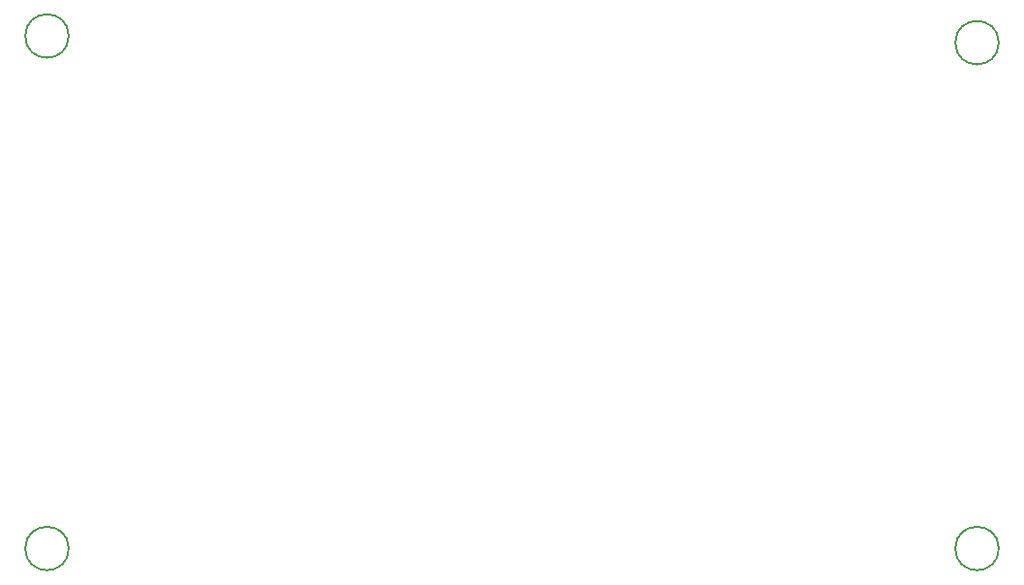
<source format=gbr>
%TF.GenerationSoftware,KiCad,Pcbnew,7.0.7*%
%TF.CreationDate,2023-10-15T02:20:47+00:00*%
%TF.ProjectId,Vulpes,56756c70-6573-42e6-9b69-6361645f7063,rev?*%
%TF.SameCoordinates,Original*%
%TF.FileFunction,Other,Comment*%
%FSLAX46Y46*%
G04 Gerber Fmt 4.6, Leading zero omitted, Abs format (unit mm)*
G04 Created by KiCad (PCBNEW 7.0.7) date 2023-10-15 02:20:47*
%MOMM*%
%LPD*%
G01*
G04 APERTURE LIST*
%ADD10C,0.150000*%
G04 APERTURE END LIST*
D10*
%TO.C,REF\u002A\u002A*%
X164460000Y-114300000D02*
G75*
G03*
X164460000Y-114300000I-1900000J0D01*
G01*
X164460000Y-70087252D02*
G75*
G03*
X164460000Y-70087252I-1900000J0D01*
G01*
X83180000Y-69501098D02*
G75*
G03*
X83180000Y-69501098I-1900000J0D01*
G01*
X83180000Y-114300000D02*
G75*
G03*
X83180000Y-114300000I-1900000J0D01*
G01*
%TD*%
M02*

</source>
